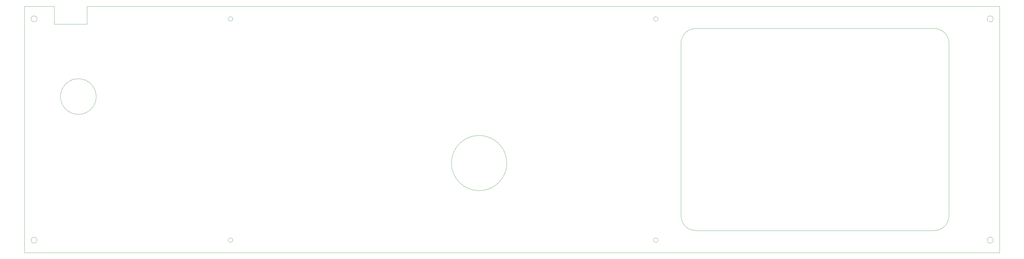
<source format=gm1>
G04 #@! TF.GenerationSoftware,KiCad,Pcbnew,(6.0.4-0)*
G04 #@! TF.CreationDate,2022-09-21T16:46:57-05:00*
G04 #@! TF.ProjectId,Y+,592b2e6b-6963-4616-945f-706362585858,4*
G04 #@! TF.SameCoordinates,Original*
G04 #@! TF.FileFunction,Profile,NP*
%FSLAX46Y46*%
G04 Gerber Fmt 4.6, Leading zero omitted, Abs format (unit mm)*
G04 Created by KiCad (PCBNEW (6.0.4-0)) date 2022-09-21 16:46:57*
%MOMM*%
%LPD*%
G01*
G04 APERTURE LIST*
G04 #@! TA.AperFunction,Profile*
%ADD10C,0.050000*%
G04 #@! TD*
G04 APERTURE END LIST*
D10*
X453760000Y-268300000D02*
X453760000Y-185325000D01*
X451610000Y-189550000D02*
G75*
G03*
X451610000Y-189550000I-1000000J0D01*
G01*
X130460000Y-264050000D02*
G75*
G03*
X130460000Y-264050000I-1000000J0D01*
G01*
X130460000Y-189550000D02*
G75*
G03*
X130460000Y-189550000I-1000000J0D01*
G01*
X339060000Y-264050000D02*
G75*
G03*
X339060000Y-264050000I-750000J0D01*
G01*
X339060000Y-189550000D02*
G75*
G03*
X339060000Y-189550000I-750000J0D01*
G01*
X196210000Y-189550000D02*
G75*
G03*
X196210000Y-189550000I-750000J0D01*
G01*
X436760000Y-197700000D02*
G75*
G03*
X431860000Y-192800000I-4900000J0D01*
G01*
X346760000Y-255900000D02*
G75*
G03*
X351660000Y-260800000I4900000J0D01*
G01*
X351660000Y-192800000D02*
G75*
G03*
X346760000Y-197700000I0J-4900000D01*
G01*
X431860000Y-192800000D02*
X351660000Y-192800000D01*
X346760000Y-197700000D02*
X346760000Y-255900000D01*
X351660000Y-260800000D02*
X431860000Y-260800000D01*
X436760000Y-255900000D02*
X436760000Y-197700000D01*
X126260000Y-268300000D02*
X453760000Y-268300000D01*
X147250000Y-191300000D02*
X147250000Y-185275000D01*
X288262174Y-238100000D02*
G75*
G03*
X288262174Y-238100000I-9302174J0D01*
G01*
X196210000Y-264050000D02*
G75*
G03*
X196210000Y-264050000I-750000J0D01*
G01*
X431860000Y-260800000D02*
G75*
G03*
X436760000Y-255900000I0J4900000D01*
G01*
X126260000Y-185300000D02*
X136250000Y-185300000D01*
X147250000Y-185275000D02*
X453760000Y-185325000D01*
X126260000Y-185300000D02*
X126260000Y-268300000D01*
X150363332Y-215700000D02*
G75*
G03*
X150363332Y-215700000I-6003332J0D01*
G01*
X136250000Y-191300000D02*
X147250000Y-191300000D01*
X136250000Y-185300000D02*
X136250000Y-191300000D01*
X451610000Y-264050000D02*
G75*
G03*
X451610000Y-264050000I-1000000J0D01*
G01*
M02*

</source>
